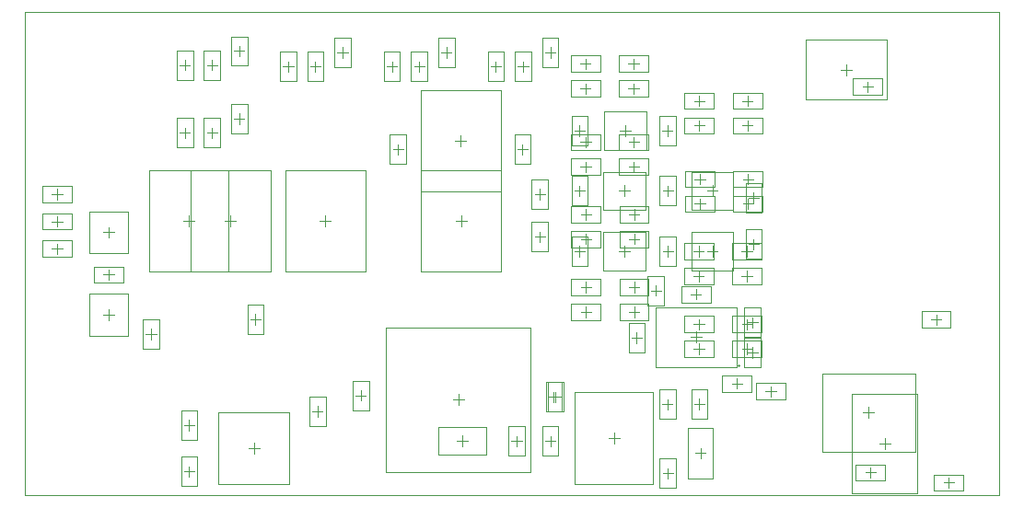
<source format=gbr>
%TF.GenerationSoftware,Altium Limited,Altium Designer,19.1.8 (144)*%
G04 Layer_Color=32768*
%FSLAX26Y26*%
%MOIN*%
%TF.FileFunction,Other,Mechanical_15*%
%TF.Part,Single*%
G01*
G75*
%TA.AperFunction,NonConductor*%
%ADD10C,0.010000*%
%ADD75C,0.003937*%
%ADD76C,0.001968*%
D10*
X3055133Y472441D02*
X3055148D01*
D75*
X2393701Y337598D02*
Y375000D01*
X2375000Y356299D02*
X2412402D01*
X3153543Y376969D02*
X3190945D01*
X3172244Y358268D02*
Y395669D01*
X3514764Y82677D02*
X3552165D01*
X3533465Y63977D02*
Y101378D01*
X2374213Y178150D02*
Y215551D01*
X2355512Y196850D02*
X2392914D01*
X3770669Y618110D02*
Y655512D01*
X3751968Y636811D02*
X3789370D01*
X2336614Y1071851D02*
Y1109252D01*
X2317913Y1090551D02*
X2355315D01*
X2336614Y918307D02*
Y955709D01*
X2317913Y937008D02*
X2355315D01*
X2273622Y1234252D02*
Y1271653D01*
X2254921Y1252953D02*
X2292323D01*
X1822835Y1234252D02*
Y1271653D01*
X1804134Y1252953D02*
X1841535D01*
X2251968Y178150D02*
Y215551D01*
X2233268Y196850D02*
X2270669D01*
X1196850Y993110D02*
X1236220D01*
X1216535Y973425D02*
Y1012795D01*
X2029527Y1284449D02*
X2068898D01*
X2049213Y1264764D02*
Y1304134D01*
X3506890Y300197D02*
X3546260D01*
X3526575Y280512D02*
Y319882D01*
X2035433Y197835D02*
X2074803D01*
X2055118Y178150D02*
Y217520D01*
X3445866Y1521654D02*
Y1561024D01*
X3426181Y1541339D02*
X3465551D01*
X588583Y1071851D02*
Y1109252D01*
X569882Y1090551D02*
X607283D01*
X2668307Y570866D02*
X2705709D01*
X2687008Y552165D02*
Y589567D01*
X3050197Y385827D02*
Y423228D01*
X3031496Y404528D02*
X3068898D01*
X1669201Y362205D02*
X1706602D01*
X1687902Y343504D02*
Y380906D01*
X1048228Y253937D02*
X1085630D01*
X1066929Y235236D02*
Y272638D01*
X2368110Y356299D02*
X2405512D01*
X2386811Y337598D02*
Y375000D01*
X3816929Y27559D02*
Y64961D01*
X3798228Y46260D02*
X3835630D01*
X1032466Y1312992D02*
X1069867D01*
X1051166Y1294291D02*
Y1331693D01*
X2158420Y1553150D02*
X2195821D01*
X2177120Y1534449D02*
Y1571850D01*
X1406466Y1553150D02*
X1443868D01*
X1425167Y1534449D02*
Y1571850D01*
X1032466Y1558071D02*
X1069867D01*
X1051166Y1539370D02*
Y1576772D01*
X1782178Y1552900D02*
X1819579D01*
X1800878Y1534199D02*
Y1571601D01*
X2780512Y79724D02*
X2817913D01*
X2799213Y61024D02*
Y98425D01*
X2779528Y329724D02*
X2816929D01*
X2798228Y311024D02*
Y348425D01*
X2917323Y132874D02*
Y172244D01*
X2897638Y152559D02*
X2937008D01*
X3584646Y168307D02*
Y207677D01*
X3564961Y187992D02*
X3604331D01*
X1307087Y619095D02*
Y656496D01*
X1288386Y637795D02*
X1325787D01*
X2625984Y1320866D02*
X2665354D01*
X2645669Y1301181D02*
Y1340551D01*
X2940945Y883858D02*
X2980315D01*
X2960630Y864173D02*
Y903543D01*
X2940945Y1103346D02*
X2980315D01*
X2960630Y1083661D02*
Y1123032D01*
X2622137Y883858D02*
X2661507D01*
X2641822Y864173D02*
Y903543D01*
X2622047Y1103346D02*
X2661417D01*
X2641732Y1083661D02*
Y1123032D01*
X775591Y634842D02*
Y674213D01*
X755905Y654528D02*
X795276D01*
X775591Y933091D02*
Y972461D01*
X755905Y952776D02*
X795276D01*
X2780512Y883858D02*
X2817913D01*
X2799213Y865157D02*
Y902559D01*
X2780512Y1103346D02*
X2817913D01*
X2799213Y1084646D02*
Y1122047D01*
X2461614Y883858D02*
X2499016D01*
X2480315Y865157D02*
Y902559D01*
X2461614Y1103346D02*
X2499016D01*
X2480315Y1084646D02*
Y1122047D01*
X3091535Y909449D02*
X3128937D01*
X3110236Y890748D02*
Y928149D01*
X3091535Y1077756D02*
X3128937D01*
X3110236Y1059055D02*
Y1096457D01*
X588583Y875000D02*
Y912402D01*
X569882Y893701D02*
X607283D01*
X588583Y973425D02*
Y1010827D01*
X569882Y992126D02*
X607283D01*
X910433Y584441D02*
X947835D01*
X929134Y565740D02*
Y603142D01*
X775591Y780512D02*
Y817913D01*
X756890Y799213D02*
X794291D01*
X3086535Y517557D02*
X3123937D01*
X3105236Y498856D02*
Y536257D01*
X3086535Y626288D02*
X3123937D01*
X3105236Y607587D02*
Y644989D01*
X2901575Y709646D02*
Y747047D01*
X2882874Y728346D02*
X2920276D01*
X1512795Y304134D02*
X1550197D01*
X1531496Y285433D02*
Y322834D01*
X1048228Y86614D02*
X1085630D01*
X1066929Y67913D02*
Y105315D01*
X2779528Y1320866D02*
X2816929D01*
X2798228Y1302166D02*
Y1339567D01*
X2461614Y1320866D02*
X2499016D01*
X2480315Y1302166D02*
Y1339567D01*
X2737953Y742126D02*
X2775354D01*
X2756654Y723425D02*
Y760827D01*
X3523622Y1461614D02*
Y1499016D01*
X3504921Y1480315D02*
X3542323D01*
X2894685Y330709D02*
X2932087D01*
X2913386Y312008D02*
Y349409D01*
X1229316Y1364173D02*
X1266717D01*
X1248016Y1345473D02*
Y1382874D01*
X2355270Y1604331D02*
X2392672D01*
X2373971Y1585630D02*
Y1623032D01*
X1130890Y1312992D02*
X1168292D01*
X1149591Y1294291D02*
Y1331693D01*
X2256845Y1553150D02*
X2294246D01*
X2275546Y1534449D02*
Y1571850D01*
X1603316Y1604331D02*
X1640718D01*
X1622017Y1585630D02*
Y1623032D01*
X1504891Y1553150D02*
X1542293D01*
X1523592Y1534449D02*
Y1571850D01*
X1229316Y1609252D02*
X1266717D01*
X1248016Y1590551D02*
Y1627953D01*
X1979028Y1604081D02*
X2016429D01*
X1997728Y1585380D02*
Y1622782D01*
X1130890Y1558071D02*
X1168292D01*
X1149591Y1539370D02*
Y1576772D01*
X1880602Y1552900D02*
X1918004D01*
X1899303Y1534199D02*
Y1571601D01*
X1560039Y973425D02*
Y1012795D01*
X1540354Y993110D02*
X1579724D01*
X1065200Y973425D02*
Y1012795D01*
X1045515Y993110D02*
X1084886D01*
X2882874Y572835D02*
X2922244D01*
X2902559Y553150D02*
Y592520D01*
X2041339Y326772D02*
Y366142D01*
X2021654Y346457D02*
X2061024D01*
X2051181Y973425D02*
Y1012795D01*
X2031496Y993110D02*
X2070866D01*
X2584646Y206693D02*
X2624016D01*
X2604331Y187008D02*
Y226378D01*
X1281496Y170275D02*
X1320866D01*
X1301181Y150590D02*
Y189960D01*
X2677165Y735236D02*
Y772638D01*
X2658465Y753937D02*
X2695866D01*
X2502953Y735236D02*
Y772638D01*
X2484252Y753937D02*
X2521654D01*
X2677165Y645669D02*
Y683071D01*
X2658465Y664370D02*
X2695866D01*
X2502953Y645669D02*
Y683071D01*
X2484252Y664370D02*
X2521654D01*
X3087599Y1410433D02*
Y1447835D01*
X3068898Y1429134D02*
X3106299D01*
X2913386Y1410433D02*
Y1447834D01*
X2894685Y1429134D02*
X2932087D01*
X3087599Y1320866D02*
Y1358268D01*
X3068898Y1339567D02*
X3106299D01*
X2913386Y1320866D02*
Y1358268D01*
X2894685Y1339567D02*
X2932087D01*
X2677165Y999016D02*
Y1036417D01*
X2658465Y1017716D02*
X2695866D01*
X2502953Y999016D02*
Y1036417D01*
X2484252Y1017716D02*
X2521654D01*
X2677165Y909449D02*
Y946850D01*
X2658465Y928150D02*
X2695866D01*
X2502953Y909449D02*
Y946850D01*
X2484252Y928150D02*
X2521654D01*
X3089567Y1126969D02*
Y1164370D01*
X3070866Y1145669D02*
X3108268D01*
X2915354Y1126968D02*
Y1164370D01*
X2896653Y1145669D02*
X2934055D01*
X3089567Y1037402D02*
Y1074803D01*
X3070866Y1056102D02*
X3108268D01*
X2915354Y1037402D02*
Y1074803D01*
X2896653Y1056102D02*
X2934055D01*
X2676181Y1260827D02*
Y1298228D01*
X2657480Y1279527D02*
X2694882D01*
X2501968Y1260827D02*
Y1298228D01*
X2483268Y1279527D02*
X2520669D01*
X2676181Y1171260D02*
Y1208661D01*
X2657480Y1189961D02*
X2694882D01*
X2501968Y1171260D02*
Y1208661D01*
X2483268Y1189961D02*
X2520669D01*
X2675197Y1544292D02*
Y1581693D01*
X2656496Y1562992D02*
X2693898D01*
X2500984Y1544291D02*
Y1581693D01*
X2482283Y1562992D02*
X2519685D01*
X2675197Y1454725D02*
Y1492126D01*
X2656496Y1473425D02*
X2693898D01*
X2500984Y1454725D02*
Y1492126D01*
X2482284Y1473425D02*
X2519685D01*
X3085630Y865158D02*
Y902559D01*
X3066929Y883858D02*
X3104331D01*
X2911417Y865157D02*
Y902559D01*
X2892716Y883858D02*
X2930118D01*
X3085630Y775591D02*
Y812992D01*
X3066929Y794291D02*
X3104331D01*
X2911417Y775591D02*
Y812992D01*
X2892717Y794291D02*
X2930118D01*
X2912402Y511811D02*
Y549213D01*
X2893701Y530512D02*
X2931102D01*
X2912402Y601378D02*
Y638779D01*
X2893701Y620079D02*
X2931102D01*
X3086614Y601378D02*
Y638779D01*
X3067913Y620079D02*
X3105315D01*
X3086614Y511811D02*
Y549213D01*
X3067914Y530512D02*
X3105315D01*
X472456Y1750015D02*
X944897D01*
X472441Y1750000D02*
X472456Y1750015D01*
X472441Y472426D02*
Y1750000D01*
X944882Y1750000D02*
X4000030D01*
X472456Y0D02*
X4000030D01*
X472441Y472426D02*
X472456Y472411D01*
Y0D02*
Y472411D01*
X4000030Y0D02*
Y1750000D01*
X4000015Y1277574D02*
X4000030Y1277559D01*
X3527574Y1750015D02*
X3527589Y1750000D01*
X944882D02*
X944897Y1750015D01*
D76*
X2364173Y409449D02*
X2423228D01*
X2364173Y303150D02*
X2423228D01*
X2364173D02*
Y409449D01*
X2423228Y303150D02*
Y409449D01*
X3119095Y347441D02*
Y406496D01*
X3225394Y347441D02*
Y406496D01*
X3119095Y347441D02*
X3225394D01*
X3119095Y406496D02*
X3225394D01*
X3480315Y53150D02*
Y112205D01*
X3586614Y53150D02*
Y112205D01*
X3480315Y53150D02*
X3586614D01*
X3480315Y112205D02*
X3586614D01*
X2344685Y143701D02*
X2403740D01*
X2344685Y250000D02*
X2403740D01*
Y143701D02*
Y250000D01*
X2344685Y143701D02*
Y250000D01*
X3717520Y607283D02*
X3823819D01*
X3717520Y666338D02*
X3823819D01*
X3717520Y607283D02*
Y666338D01*
X3823819Y607283D02*
Y666338D01*
X2307087Y1143701D02*
X2366142D01*
X2307087Y1037402D02*
X2366142D01*
X2307087D02*
Y1143701D01*
X2366142Y1037402D02*
Y1143701D01*
X2307087Y883858D02*
X2366142D01*
X2307087Y990158D02*
X2366142D01*
Y883858D02*
Y990158D01*
X2307087Y883858D02*
Y990158D01*
X2244095Y1199803D02*
X2303150D01*
X2244095Y1306102D02*
X2303150D01*
Y1199803D02*
Y1306102D01*
X2244095Y1199803D02*
Y1306102D01*
X1793307Y1199803D02*
X1852362D01*
X1793307Y1306102D02*
X1852362D01*
Y1199803D02*
Y1306102D01*
X1793307Y1199803D02*
Y1306102D01*
X2222441Y143701D02*
X2281496D01*
X2222441Y250000D02*
X2281496D01*
Y143701D02*
Y250000D01*
X2222441Y143701D02*
Y250000D01*
X1362205Y810039D02*
Y1176181D01*
X1070866Y810039D02*
Y1176181D01*
X1362205D01*
X1070866Y810039D02*
X1362205D01*
X2193898Y1101378D02*
Y1467520D01*
X1904527Y1101378D02*
Y1467520D01*
X2193898D01*
X1904527Y1101378D02*
X2193898D01*
X3359252Y158465D02*
Y441929D01*
X3693898Y158465D02*
Y441929D01*
X3359252Y158465D02*
X3693898D01*
X3359252Y441929D02*
X3693898D01*
X2142716Y146654D02*
Y249016D01*
X1967520Y146654D02*
Y249016D01*
X2142716D01*
X1967520Y146654D02*
X2142716D01*
X3300197Y1433071D02*
X3591535D01*
X3300197Y1649606D02*
X3591535D01*
X3300197Y1433071D02*
Y1649606D01*
X3591535Y1433071D02*
Y1649606D01*
X535433Y1120079D02*
X641732D01*
X535433Y1061024D02*
X641732D01*
X535433D02*
Y1120079D01*
X641732Y1061024D02*
Y1120079D01*
X2657480Y517716D02*
Y624016D01*
X2716535Y517716D02*
Y624016D01*
X2657480Y517716D02*
X2716535D01*
X2657480Y624016D02*
X2716535D01*
X2997047Y375000D02*
X3103347D01*
X2997047Y434055D02*
X3103347D01*
Y375000D02*
Y434055D01*
X2997047Y375000D02*
Y434055D01*
X1658374Y309055D02*
Y415354D01*
X1717429Y309055D02*
Y415354D01*
X1658374Y309055D02*
X1717429D01*
X1658374Y415354D02*
X1717429D01*
X1096457Y200787D02*
Y307087D01*
X1037402Y200787D02*
Y307087D01*
X1096457D01*
X1037402Y200787D02*
X1096457D01*
X2357283Y303150D02*
Y409449D01*
X2416338Y303150D02*
Y409449D01*
X2357283Y303150D02*
X2416338D01*
X2357283Y409449D02*
X2416338D01*
X3763780Y75787D02*
X3870079D01*
X3763780Y16732D02*
X3870079D01*
X3763780D02*
Y75787D01*
X3870079Y16732D02*
Y75787D01*
X1080694Y1259842D02*
Y1366142D01*
X1021639Y1259842D02*
Y1366142D01*
X1080694D01*
X1021639Y1259842D02*
X1080694D01*
X2206648Y1500000D02*
Y1606299D01*
X2147593Y1500000D02*
Y1606299D01*
X2206648D01*
X2147593Y1500000D02*
X2206648D01*
X1454695D02*
Y1606299D01*
X1395639Y1500000D02*
Y1606299D01*
X1454695D01*
X1395639Y1500000D02*
X1454695D01*
X1080694Y1504921D02*
Y1611220D01*
X1021639Y1504921D02*
Y1611220D01*
X1080694D01*
X1021639Y1504921D02*
X1080694D01*
X1830406Y1499750D02*
Y1606049D01*
X1771351Y1499750D02*
Y1606049D01*
X1830406D01*
X1771351Y1499750D02*
X1830406D01*
X2828740Y26575D02*
Y132874D01*
X2769685Y26575D02*
Y132874D01*
X2828740D01*
X2769685Y26575D02*
X2828740D01*
X2827756Y276575D02*
Y382874D01*
X2768701Y276575D02*
Y382874D01*
X2827756D01*
X2768701Y276575D02*
X2827756D01*
X2872047Y245079D02*
X2962598D01*
X2872047Y60039D02*
X2962598D01*
Y245079D01*
X2872047Y60039D02*
Y245079D01*
X3466535Y369094D02*
X3702756D01*
X3466535Y6890D02*
X3702756D01*
Y369094D01*
X3466535Y6890D02*
Y369094D01*
X1277559Y584646D02*
X1336614D01*
X1277559Y690945D02*
X1336614D01*
X1277559Y584646D02*
Y690945D01*
X1336614Y584646D02*
Y690945D01*
X2569882Y1251969D02*
Y1389764D01*
X2721457Y1251969D02*
Y1389764D01*
X2569882D02*
X2721457D01*
X2569882Y1251969D02*
X2721457D01*
X2884843Y814961D02*
Y952756D01*
X3036417Y814961D02*
Y952756D01*
X2884843D02*
X3036417D01*
X2884843Y814961D02*
X3036417D01*
X2884843Y1034449D02*
Y1172244D01*
X3036417Y1034449D02*
Y1172244D01*
X2884843D02*
X3036417D01*
X2884843Y1034449D02*
X3036417D01*
X2566035Y814961D02*
Y952756D01*
X2717610Y814961D02*
Y952756D01*
X2566035D02*
X2717610D01*
X2566035Y814961D02*
X2717610D01*
X2565945Y1034449D02*
Y1172244D01*
X2717520Y1034449D02*
Y1172244D01*
X2565945D02*
X2717520D01*
X2565945Y1034449D02*
X2717520D01*
X706693Y578740D02*
X844488D01*
X706693Y730315D02*
X844488D01*
X706693Y578740D02*
Y730315D01*
X844488Y578740D02*
Y730315D01*
X706693Y876988D02*
X844488D01*
X706693Y1028563D02*
X844488D01*
X706693Y876988D02*
Y1028563D01*
X844488Y876988D02*
Y1028563D01*
X2828740Y830708D02*
Y937008D01*
X2769685Y830708D02*
Y937008D01*
X2828740D01*
X2769685Y830708D02*
X2828740D01*
Y1050197D02*
Y1156496D01*
X2769685Y1050197D02*
Y1156496D01*
X2828740D01*
X2769685Y1050197D02*
X2828740D01*
X2509843Y830708D02*
Y937008D01*
X2450787Y830708D02*
Y937008D01*
X2509843D01*
X2450787Y830708D02*
X2509843D01*
Y1050197D02*
Y1156496D01*
X2450787Y1050197D02*
Y1156496D01*
X2509843D01*
X2450787Y1050197D02*
X2509843D01*
X3139764Y856299D02*
Y962598D01*
X3080709Y856299D02*
Y962598D01*
X3139764D01*
X3080709Y856299D02*
X3139764D01*
X3080709Y1024606D02*
Y1130906D01*
X3139764Y1024606D02*
Y1130906D01*
X3080709Y1024606D02*
X3139764D01*
X3080709Y1130906D02*
X3139764D01*
X535433Y864173D02*
X641732D01*
X535433Y923228D02*
X641732D01*
Y864173D02*
Y923228D01*
X535433Y864173D02*
Y923228D01*
X535433Y1021654D02*
X641732D01*
X535433Y962598D02*
X641732D01*
X535433D02*
Y1021654D01*
X641732Y962598D02*
Y1021654D01*
X958661Y531291D02*
Y637591D01*
X899606Y531291D02*
Y637591D01*
X958661D01*
X899606Y531291D02*
X958661D01*
X722441Y828740D02*
X828740D01*
X722441Y769685D02*
X828740D01*
X722441D02*
Y828740D01*
X828740Y769685D02*
Y828740D01*
X3134764Y464407D02*
Y570706D01*
X3075708Y464407D02*
Y570706D01*
X3134764D01*
X3075708Y464407D02*
X3134764D01*
X3075709Y573139D02*
Y679438D01*
X3134764Y573139D02*
Y679438D01*
X3075709Y573139D02*
X3134764D01*
X3075709Y679438D02*
X3134764D01*
X2848425Y757874D02*
X2954724D01*
X2848425Y698819D02*
X2954724D01*
X2848425D02*
Y757874D01*
X2954724Y698819D02*
Y757874D01*
X1561024Y250984D02*
Y357283D01*
X1501968Y250984D02*
Y357283D01*
X1561024D01*
X1501968Y250984D02*
X1561024D01*
X1096457Y33464D02*
Y139764D01*
X1037401Y33464D02*
Y139764D01*
X1096457D01*
X1037401Y33464D02*
X1096457D01*
X2768701Y1267717D02*
Y1374016D01*
X2827756Y1267717D02*
Y1374016D01*
X2768701Y1267717D02*
X2827756D01*
X2768701Y1374016D02*
X2827756D01*
X2450787Y1267717D02*
Y1374016D01*
X2509842Y1267717D02*
Y1374016D01*
X2450787Y1267717D02*
X2509842D01*
X2450787Y1374016D02*
X2509842D01*
X2786181Y688976D02*
Y795276D01*
X2727126Y688976D02*
Y795276D01*
X2786181D01*
X2727126Y688976D02*
X2786181D01*
X3470472Y1509842D02*
X3576772D01*
X3470472Y1450787D02*
X3576772D01*
X3470472D02*
Y1509842D01*
X3576772Y1450787D02*
Y1509842D01*
X2883858Y277559D02*
Y383858D01*
X2942914Y277559D02*
Y383858D01*
X2883858Y277559D02*
X2942914D01*
X2883858Y383858D02*
X2942914D01*
X1218489Y1311024D02*
Y1417323D01*
X1277544Y1311024D02*
Y1417323D01*
X1218489Y1311024D02*
X1277544D01*
X1218489Y1417323D02*
X1277544D01*
X2344443Y1551181D02*
Y1657480D01*
X2403498Y1551181D02*
Y1657480D01*
X2344443Y1551181D02*
X2403498D01*
X2344443Y1657480D02*
X2403498D01*
X1120064Y1259842D02*
Y1366142D01*
X1179119Y1259842D02*
Y1366142D01*
X1120064Y1259842D02*
X1179119D01*
X1120064Y1366142D02*
X1179119D01*
X2246018Y1500000D02*
Y1606299D01*
X2305073Y1500000D02*
Y1606299D01*
X2246018Y1500000D02*
X2305073D01*
X2246018Y1606299D02*
X2305073D01*
X1592490Y1551181D02*
Y1657480D01*
X1651545Y1551181D02*
Y1657480D01*
X1592490Y1551181D02*
X1651545D01*
X1592490Y1657480D02*
X1651545D01*
X1494064Y1500000D02*
Y1606299D01*
X1553120Y1500000D02*
Y1606299D01*
X1494064Y1500000D02*
X1553120D01*
X1494064Y1606299D02*
X1553120D01*
X1218489Y1556102D02*
Y1662402D01*
X1277544Y1556102D02*
Y1662402D01*
X1218489Y1556102D02*
X1277544D01*
X1218489Y1662402D02*
X1277544D01*
X1968201Y1550931D02*
Y1657230D01*
X2027256Y1550931D02*
Y1657230D01*
X1968201Y1550931D02*
X2027256D01*
X1968201Y1657230D02*
X2027256D01*
X1120064Y1504921D02*
Y1611220D01*
X1179119Y1504921D02*
Y1611220D01*
X1120064Y1504921D02*
X1179119D01*
X1120064Y1611220D02*
X1179119D01*
X1869776Y1499750D02*
Y1606049D01*
X1928831Y1499750D02*
Y1606049D01*
X1869776Y1499750D02*
X1928831D01*
X1869776Y1606049D02*
X1928831D01*
X1414370Y810039D02*
X1705709D01*
X1414370Y1176181D02*
X1705709D01*
Y810039D02*
Y1176181D01*
X1414370Y810039D02*
Y1176181D01*
X920515Y810039D02*
X1209886D01*
X920515Y1176181D02*
X1209886D01*
Y810039D02*
Y1176181D01*
X920515Y810039D02*
Y1176181D01*
X2756890Y464567D02*
Y681102D01*
X3048228Y464567D02*
Y681102D01*
X2756890D02*
X3048228D01*
X2756890Y464567D02*
X3048228D01*
X1779528Y608268D02*
X2303150D01*
X1779528Y84645D02*
X2303150D01*
X1779528D02*
Y608268D01*
X2303150Y84645D02*
Y608268D01*
X1906496Y810039D02*
X2195866D01*
X1906496Y1176181D02*
X2195866D01*
Y810039D02*
Y1176181D01*
X1906496Y810039D02*
Y1176181D01*
X2746063Y39370D02*
Y374016D01*
X2462598Y39370D02*
Y374016D01*
X2746063D01*
X2462598Y39370D02*
X2746063D01*
X1429134Y41339D02*
Y299212D01*
X1173228Y41339D02*
X1429134D01*
X1173228D02*
Y299212D01*
X1429134D01*
X2624016Y783465D02*
X2730315D01*
X2624016Y724409D02*
X2730315D01*
Y783465D01*
X2624016Y724409D02*
Y783465D01*
X2449803Y724409D02*
X2556102D01*
X2449803Y783465D02*
X2556102D01*
X2449803Y724409D02*
Y783465D01*
X2556102Y724409D02*
Y783465D01*
X2624016Y634843D02*
X2730315D01*
X2624016Y693898D02*
X2730315D01*
X2624016Y634843D02*
Y693898D01*
X2730315Y634843D02*
Y693898D01*
X2449803Y634843D02*
X2556102D01*
X2449803Y693898D02*
X2556102D01*
X2449803Y634843D02*
Y693898D01*
X2556102Y634843D02*
Y693898D01*
X3034449Y1458661D02*
X3140748D01*
X3034449Y1399606D02*
X3140748D01*
Y1458661D01*
X3034449Y1399606D02*
Y1458661D01*
X2860236Y1399606D02*
X2966536D01*
X2860236Y1458661D02*
X2966536D01*
X2860236Y1399606D02*
Y1458661D01*
X2966536Y1399606D02*
Y1458661D01*
X3034449Y1310039D02*
X3140748D01*
X3034449Y1369094D02*
X3140748D01*
X3034449Y1310039D02*
Y1369094D01*
X3140748Y1310039D02*
Y1369094D01*
X2860236Y1310039D02*
X2966536D01*
X2860236Y1369094D02*
X2966536D01*
X2860236Y1310039D02*
Y1369094D01*
X2966536Y1310039D02*
Y1369094D01*
X2624016Y1047244D02*
X2730315D01*
X2624016Y988189D02*
X2730315D01*
Y1047244D01*
X2624016Y988189D02*
Y1047244D01*
X2449803Y988189D02*
X2556102D01*
X2449803Y1047244D02*
X2556102D01*
X2449803Y988189D02*
Y1047244D01*
X2556102Y988189D02*
Y1047244D01*
X2624016Y898622D02*
X2730315D01*
X2624016Y957677D02*
X2730315D01*
X2624016Y898622D02*
Y957677D01*
X2730315Y898622D02*
Y957677D01*
X2449803Y898622D02*
X2556102D01*
X2449803Y957677D02*
X2556102D01*
X2449803Y898622D02*
Y957677D01*
X2556102Y898622D02*
Y957677D01*
X3036417Y1175197D02*
X3142716D01*
X3036417Y1116142D02*
X3142716D01*
Y1175197D01*
X3036417Y1116142D02*
Y1175197D01*
X2862205Y1116142D02*
X2968504D01*
X2862205Y1175197D02*
X2968504D01*
X2862205Y1116142D02*
Y1175197D01*
X2968504Y1116142D02*
Y1175197D01*
X3036417Y1026575D02*
X3142716D01*
X3036417Y1085630D02*
X3142716D01*
X3036417Y1026575D02*
Y1085630D01*
X3142716Y1026575D02*
Y1085630D01*
X2862205Y1026575D02*
X2968504D01*
X2862205Y1085630D02*
X2968504D01*
X2862205Y1026575D02*
Y1085630D01*
X2968504Y1026575D02*
Y1085630D01*
X2623032Y1309055D02*
X2729331D01*
X2623032Y1250000D02*
X2729331D01*
Y1309055D01*
X2623032Y1250000D02*
Y1309055D01*
X2448819Y1250000D02*
X2555118D01*
X2448819Y1309055D02*
X2555118D01*
X2448819Y1250000D02*
Y1309055D01*
X2555118Y1250000D02*
Y1309055D01*
X2623032Y1160433D02*
X2729331D01*
X2623032Y1219488D02*
X2729331D01*
X2623032Y1160433D02*
Y1219488D01*
X2729331Y1160433D02*
Y1219488D01*
X2448819Y1160433D02*
X2555118D01*
X2448819Y1219488D02*
X2555118D01*
X2448819Y1160433D02*
Y1219488D01*
X2555118Y1160433D02*
Y1219488D01*
X2622047Y1592520D02*
X2728346D01*
X2622047Y1533465D02*
X2728346D01*
Y1592520D01*
X2622047Y1533465D02*
Y1592520D01*
X2447835Y1533465D02*
X2554134D01*
X2447835Y1592520D02*
X2554134D01*
X2447835Y1533465D02*
Y1592520D01*
X2554134Y1533465D02*
Y1592520D01*
X2622047Y1443898D02*
X2728347D01*
X2622047Y1502953D02*
X2728347D01*
X2622047Y1443898D02*
Y1502953D01*
X2728347Y1443898D02*
Y1502953D01*
X2447835Y1443898D02*
X2554134D01*
X2447835Y1502953D02*
X2554134D01*
X2447835Y1443898D02*
Y1502953D01*
X2554134Y1443898D02*
Y1502953D01*
X3032480Y913386D02*
X3138780D01*
X3032480Y854331D02*
X3138780D01*
Y913386D01*
X3032480Y854331D02*
Y913386D01*
X2858268Y854331D02*
X2964567D01*
X2858268Y913386D02*
X2964567D01*
X2858268Y854331D02*
Y913386D01*
X2964567Y854331D02*
Y913386D01*
X3032480Y764764D02*
X3138780D01*
X3032480Y823819D02*
X3138780D01*
X3032480Y764764D02*
Y823819D01*
X3138780Y764764D02*
Y823819D01*
X2858268Y764764D02*
X2964567D01*
X2858268Y823819D02*
X2964567D01*
X2858268Y764764D02*
Y823819D01*
X2964567Y764764D02*
Y823819D01*
X2859252Y500984D02*
X2965551D01*
X2859252Y560039D02*
X2965551D01*
X2859252Y500984D02*
Y560039D01*
X2965551Y500984D02*
Y560039D01*
X2859252Y590551D02*
X2965551D01*
X2859252Y649606D02*
X2965551D01*
X2859252Y590551D02*
Y649606D01*
X2965551Y590551D02*
Y649606D01*
X3033465Y649606D02*
X3139764D01*
X3033465Y590551D02*
X3139764D01*
Y649606D01*
X3033465Y590551D02*
Y649606D01*
Y500984D02*
X3139764D01*
X3033465Y560039D02*
X3139764D01*
X3033465Y500984D02*
Y560039D01*
X3139764Y500984D02*
Y560039D01*
%TF.MD5,7322a241d09a958d68832e9da1e06a8a*%
M02*

</source>
